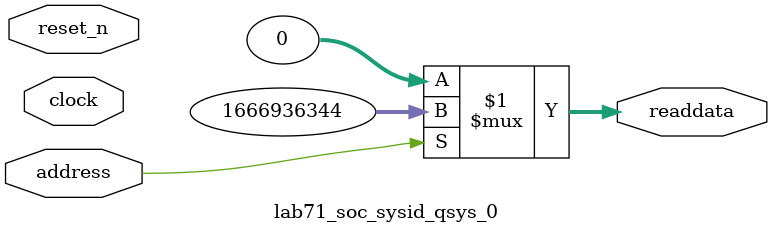
<source format=v>



// synthesis translate_off
`timescale 1ns / 1ps
// synthesis translate_on

// turn off superfluous verilog processor warnings 
// altera message_level Level1 
// altera message_off 10034 10035 10036 10037 10230 10240 10030 

module lab71_soc_sysid_qsys_0 (
               // inputs:
                address,
                clock,
                reset_n,

               // outputs:
                readdata
             )
;

  output  [ 31: 0] readdata;
  input            address;
  input            clock;
  input            reset_n;

  wire    [ 31: 0] readdata;
  //control_slave, which is an e_avalon_slave
  assign readdata = address ? 1666936344 : 0;

endmodule



</source>
